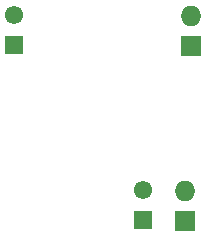
<source format=gbs>
G04 #@! TF.GenerationSoftware,KiCad,Pcbnew,(5.0.0)*
G04 #@! TF.CreationDate,2019-07-19T00:06:37-04:00*
G04 #@! TF.ProjectId,lp_ecg,6C705F6563672E6B696361645F706362,rev?*
G04 #@! TF.SameCoordinates,Original*
G04 #@! TF.FileFunction,Soldermask,Bot*
G04 #@! TF.FilePolarity,Negative*
%FSLAX46Y46*%
G04 Gerber Fmt 4.6, Leading zero omitted, Abs format (unit mm)*
G04 Created by KiCad (PCBNEW (5.0.0)) date 07/19/19 00:06:37*
%MOMM*%
%LPD*%
G01*
G04 APERTURE LIST*
%ADD10O,1.730000X1.730000*%
%ADD11R,1.730000X1.730000*%
%ADD12R,1.554000X1.554000*%
%ADD13C,1.554000*%
G04 APERTURE END LIST*
D10*
G04 #@! TO.C,J1*
X296450000Y-127160000D03*
D11*
X296450000Y-129700000D03*
G04 #@! TD*
G04 #@! TO.C,P3*
X295990000Y-144510000D03*
D10*
X295990000Y-141970000D03*
G04 #@! TD*
D12*
G04 #@! TO.C,P2*
X281500000Y-129560000D03*
D13*
X281500000Y-127020000D03*
G04 #@! TD*
D12*
G04 #@! TO.C,P1*
X292380000Y-144450000D03*
D13*
X292380000Y-141910000D03*
G04 #@! TD*
M02*

</source>
